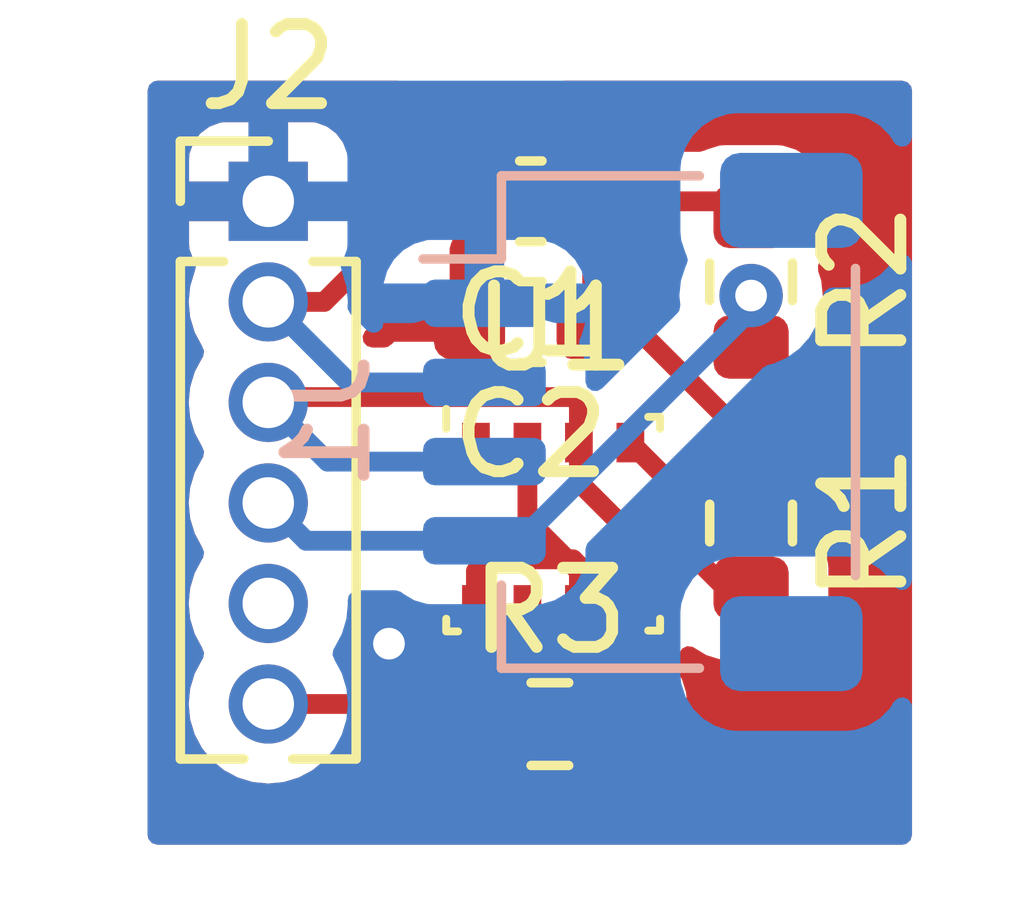
<source format=kicad_pcb>
(kicad_pcb (version 20221018) (generator pcbnew)
  (layers (0 "F.Cu" signal) (31 "B.Cu" signal) (34 "B.Paste" user) (35 "F.Paste" user) (36 "B.SilkS" user "B.Silkscreen") (37 "F.SilkS" user "F.Silkscreen") (38 "B.Mask" user) (39 "F.Mask" user) (44 "Edge.Cuts" user))
  (net 0 "")
  (net 1 "GND")
  (net 2 "+3V3")
  (net 3 "/sda_3v3")
  (net 4 "/scl_3v3")
  (net 5 "/cs_3v3")
  (net 6 "/address")
  (footprint "oomlout_oomp_part_footprints:c6nf100_electronic_capacitor_0603_100_nano_farad" (layer "F.Cu") (at 44.971 25.908 180)
    (fp_text reference "C2" (at 0 -1.43) (layer "F.SilkS"))
    (fp_text value "c6nf100")
    (fp_line (start -0.14058 -0.51) (end 0.14058 -0.51) (stroke (width 0.12)) (layer "F.SilkS"))
    (fp_line (start -0.14058 0.51) (end 0.14058 0.51) (stroke (width 0.12)) (layer "F.SilkS"))
    (pad "1" smd roundrect (at -0.775 0 180) (size 0.9 0.95) (layers "F.Cu" "F.Paste" "F.Mask") (net 2 "+3V3"))
    (pad "2" smd roundrect (at 0.775 0 180) (size 0.9 0.95) (layers "F.Cu" "F.Paste" "F.Mask") (net 1 "GND"))
  )
  (footprint "oomlout_oomp_part_footprints:isn280_electronic_ic_lga_2_5_mm_x_2_5_mm_8_pin_sensor_pressure_temperature_bosch_bme280" (layer "F.Cu") (at 45.253 28.457)
    (fp_text reference "U1" (at 0.015 -2.465) (layer "F.SilkS"))
    (fp_text value "isn280")
    (fp_line (start -1.35 -1.2) (end -1.35 -1.45) (stroke (width 0.1)) (layer "F.SilkS"))
    (fp_line (start -1.35 1.35) (end -1.35 1.2) (stroke (width 0.1)) (layer "F.SilkS"))
    (fp_line (start -1.35 1.36) (end -1.2 1.36) (stroke (width 0.1)) (layer "F.SilkS"))
    (fp_line (start 1.2 -1.35) (end 1.35 -1.35) (stroke (width 0.1)) (layer "F.SilkS"))
    (fp_line (start 1.35 -1.35) (end 1.35 -1.2) (stroke (width 0.1)) (layer "F.SilkS"))
    (fp_line (start 1.35 1.35) (end 1.2 1.35) (stroke (width 0.1)) (layer "F.SilkS"))
    (fp_line (start 1.35 1.35) (end 1.35 1.2) (stroke (width 0.1)) (layer "F.SilkS"))
    (pad "1" smd rect (at -0.975 -1.025 90) (size 0.5 0.35) (layers "F.Cu" "F.Paste" "F.Mask") (net 1 "GND"))
    (pad "2" smd rect (at -0.325 -1.025 90) (size 0.5 0.35) (layers "F.Cu" "F.Paste" "F.Mask") (net 2 "+3V3"))
    (pad "3" smd rect (at 0.325 -1.025 90) (size 0.5 0.35) (layers "F.Cu" "F.Paste" "F.Mask") (net 3 "/sda_3v3"))
    (pad "4" smd rect (at 0.975 -1.025 90) (size 0.5 0.35) (layers "F.Cu" "F.Paste" "F.Mask") (net 4 "/scl_3v3"))
    (pad "5" smd rect (at 0.975 1.025 90) (size 0.5 0.35) (layers "F.Cu" "F.Paste" "F.Mask") (net 6 "/address"))
    (pad "6" smd rect (at 0.325 1.025 90) (size 0.5 0.35) (layers "F.Cu" "F.Paste" "F.Mask") (net 2 "+3V3"))
    (pad "7" smd rect (at -0.325 1.025 90) (size 0.5 0.35) (layers "F.Cu" "F.Paste" "F.Mask") (net 1 "GND"))
    (pad "8" smd rect (at -0.975 1.025 90) (size 0.5 0.35) (layers "F.Cu" "F.Paste" "F.Mask") (net 2 "+3V3"))
  )
  (footprint "oomlout_oomp_part_footprints:r6o472_electronic_resistor_0603_4700_ohm" (layer "F.Cu") (at 47.752 28.448 -90)
    (fp_text reference "R1" (at 0 -1.43 90) (layer "F.SilkS"))
    (fp_text value "r6o472")
    (fp_line (start -0.237258 -0.5225) (end 0.237258 -0.5225) (stroke (width 0.12)) (layer "F.SilkS"))
    (fp_line (start -0.237258 0.5225) (end 0.237258 0.5225) (stroke (width 0.12)) (layer "F.SilkS"))
    (pad "1" smd roundrect (at -0.825 0 270) (size 0.8 0.95) (layers "F.Cu" "F.Paste" "F.Mask") (net 2 "+3V3"))
    (pad "2" smd roundrect (at 0.825 0 270) (size 0.8 0.95) (layers "F.Cu" "F.Paste" "F.Mask") (net 3 "/sda_3v3"))
  )
  (footprint "oomlout_oomp_part_footprints:r6o472_electronic_resistor_0603_4700_ohm" (layer "F.Cu") (at 45.212 30.988)
    (fp_text reference "R3" (at 0 -1.43) (layer "F.SilkS"))
    (fp_text value "r6o472")
    (fp_line (start -0.237258 -0.5225) (end 0.237258 -0.5225) (stroke (width 0.12)) (layer "F.SilkS"))
    (fp_line (start -0.237258 0.5225) (end 0.237258 0.5225) (stroke (width 0.12)) (layer "F.SilkS"))
    (pad "1" smd roundrect (at -0.825 0) (size 0.8 0.95) (layers "F.Cu" "F.Paste" "F.Mask") (net 6 "/address"))
    (pad "2" smd roundrect (at 0.825 0) (size 0.8 0.95) (layers "F.Cu" "F.Paste" "F.Mask") (net 1 "GND"))
  )
  (footprint "oomlout_oomp_part_footprints:h1d276p_electronic_header_1d27_mm_6_pin" (layer "F.Cu") (at 41.656 24.384)
    (fp_text reference "J2" (at 0 -1.695) (layer "F.SilkS"))
    (fp_text value "h1d276p")
    (fp_line (start -1.11 -0.76) (end 0 -0.76) (stroke (width 0.12)) (layer "F.SilkS"))
    (fp_line (start -1.11 0) (end -1.11 -0.76) (stroke (width 0.12)) (layer "F.SilkS"))
    (fp_line (start -1.11 0.76) (end -1.11 7.045) (stroke (width 0.12)) (layer "F.SilkS"))
    (fp_line (start -1.11 0.76) (end -0.563471 0.76) (stroke (width 0.12)) (layer "F.SilkS"))
    (fp_line (start -1.11 7.045) (end -0.30753 7.045) (stroke (width 0.12)) (layer "F.SilkS"))
    (fp_line (start 0.30753 7.045) (end 1.11 7.045) (stroke (width 0.12)) (layer "F.SilkS"))
    (fp_line (start 0.563471 0.76) (end 1.11 0.76) (stroke (width 0.12)) (layer "F.SilkS"))
    (fp_line (start 1.11 0.76) (end 1.11 7.045) (stroke (width 0.12)) (layer "F.SilkS"))
    (pad "1" thru_hole rect (at 0 0) (size 1 1) (drill 0.65) (layers "*.Cu" "*.Mask") (net 1 "GND"))
    (pad "2" thru_hole oval (at 0 1.27) (size 1 1) (drill 0.65) (layers "*.Cu" "*.Mask") (net 2 "+3V3"))
    (pad "3" thru_hole oval (at 0 2.54) (size 1 1) (drill 0.65) (layers "*.Cu" "*.Mask") (net 3 "/sda_3v3"))
    (pad "4" thru_hole oval (at 0 3.81) (size 1 1) (drill 0.65) (layers "*.Cu" "*.Mask") (net 4 "/scl_3v3"))
    (pad "5" thru_hole oval (at 0 5.08) (size 1 1) (drill 0.65) (layers "*.Cu" "*.Mask") (net 5 "/cs_3v3"))
    (pad "6" thru_hole oval (at 0 6.35) (size 1 1) (drill 0.65) (layers "*.Cu" "*.Mask") (net 6 "/address"))
  )
  (footprint "oomlout_oomp_part_footprints:c6nf100_electronic_capacitor_0603_100_nano_farad" (layer "F.Cu") (at 44.971 24.384 180)
    (fp_text reference "C1" (at 0 -1.43) (layer "F.SilkS"))
    (fp_text value "c6nf100")
    (fp_line (start -0.14058 -0.51) (end 0.14058 -0.51) (stroke (width 0.12)) (layer "F.SilkS"))
    (fp_line (start -0.14058 0.51) (end 0.14058 0.51) (stroke (width 0.12)) (layer "F.SilkS"))
    (pad "1" smd roundrect (at -0.775 0 180) (size 0.9 0.95) (layers "F.Cu" "F.Paste" "F.Mask") (net 2 "+3V3"))
    (pad "2" smd roundrect (at 0.775 0 180) (size 0.9 0.95) (layers "F.Cu" "F.Paste" "F.Mask") (net 1 "GND"))
  )
  (footprint "oomlout_oomp_part_footprints:r6o472_electronic_resistor_0603_4700_ohm" (layer "F.Cu") (at 47.752 25.4 -90)
    (fp_text reference "R2" (at 0 -1.43 90) (layer "F.SilkS"))
    (fp_text value "r6o472")
    (fp_line (start -0.237258 -0.5225) (end 0.237258 -0.5225) (stroke (width 0.12)) (layer "F.SilkS"))
    (fp_line (start -0.237258 0.5225) (end 0.237258 0.5225) (stroke (width 0.12)) (layer "F.SilkS"))
    (pad "1" smd roundrect (at -0.825 0 270) (size 0.8 0.95) (layers "F.Cu" "F.Paste" "F.Mask") (net 2 "+3V3"))
    (pad "2" smd roundrect (at 0.825 0 270) (size 0.8 0.95) (layers "F.Cu" "F.Paste" "F.Mask") (net 4 "/scl_3v3"))
  )
  (footprint "oomlout_oomp_part_footprints:h4psmra_electronic_header_1_mm_jst_sh_4_pin_surface_mount_right_angle" (layer "B.Cu") (at 46.385 27.172 -90)
    (fp_text reference "J1" (at 0 3.98 90) (layer "B.SilkS") (effects (justify mirror)))
    (fp_text value "h4psmra")
    (fp_line (start -3.11 -0.715) (end -3.11 1.785) (stroke (width 0.12)) (layer "B.SilkS"))
    (fp_line (start -3.11 1.785) (end -2.06 1.785) (stroke (width 0.12)) (layer "B.SilkS"))
    (fp_line (start -2.06 1.785) (end -2.06 2.775) (stroke (width 0.12)) (layer "B.SilkS"))
    (fp_line (start -1.94 -2.685) (end 1.94 -2.685) (stroke (width 0.12)) (layer "B.SilkS"))
    (fp_line (start 3.11 -0.715) (end 3.11 1.785) (stroke (width 0.12)) (layer "B.SilkS"))
    (fp_line (start 3.11 1.785) (end 2.06 1.785) (stroke (width 0.12)) (layer "B.SilkS"))
    (pad "1" smd roundrect (at -1.5 2 270) (size 0.6 1.55) (layers "B.Cu" "B.Paste" "B.Mask") (net 1 "GND"))
    (pad "2" smd roundrect (at -0.5 2 270) (size 0.6 1.55) (layers "B.Cu" "B.Paste" "B.Mask") (net 2 "+3V3"))
    (pad "3" smd roundrect (at 0.5 2 270) (size 0.6 1.55) (layers "B.Cu" "B.Paste" "B.Mask") (net 3 "/sda_3v3"))
    (pad "4" smd roundrect (at 1.5 2 270) (size 0.6 1.55) (layers "B.Cu" "B.Paste" "B.Mask") (net 4 "/scl_3v3"))
    (pad "MP" smd roundrect (at -2.8 -1.875 270) (size 1.2 1.8) (layers "B.Cu" "B.Paste" "B.Mask") (roundrect_rratio 0.208333))
    (pad "MP" smd roundrect (at 2.8 -1.875 270) (size 1.2 1.8) (layers "B.Cu" "B.Paste" "B.Mask") (roundrect_rratio 0.208333))
  )
  (segment (start 44.928 29.482) (end 44.928 29.810604) (width 0.25) (layer "F.Cu") (net 1))
  (segment (start 44.278 25.99) (end 44.196 25.908) (width 0.25) (layer "F.Cu") (net 1))
  (segment (start 44.928 29.810604) (end 44.550604 30.188) (width 0.25) (layer "F.Cu") (net 1))
  (segment (start 44.550604 30.188) (end 43.396 30.188) (width 0.25) (layer "F.Cu") (net 1))
  (segment (start 43.396 30.188) (end 43.18 29.972) (width 0.25) (layer "F.Cu") (net 1))
  (via (at 43.18 29.972) (size 0.8) (drill 0.4) (layers "F.Cu" "B.Cu") (net 1))
  (segment (start 41.656 25.654) (end 42.363106 25.654) (width 0.25) (layer "F.Cu") (net 2))
  (segment (start 45.578 29.057) (end 45.578 29.482) (width 0.25) (layer "F.Cu") (net 2))
  (segment (start 44.928 28.407) (end 45.578 29.057) (width 0.25) (layer "F.Cu") (net 2))
  (segment (start 44.278 29.057) (end 44.428 28.907) (width 0.25) (layer "F.Cu") (net 2))
  (segment (start 45.503 28.907) (end 45.578 28.982) (width 0.25) (layer "F.Cu") (net 2))
  (segment (start 44.428 28.907) (end 45.503 28.907) (width 0.25) (layer "F.Cu") (net 2))
  (segment (start 46.228 25.908) (end 47.752 27.432) (width 0.25) (layer "F.Cu") (net 2))
  (segment (start 43.743183 23.584) (end 44.946 23.584) (width 0.25) (layer "F.Cu") (net 2))
  (segment (start 45.578 28.982) (end 45.578 29.482) (width 0.25) (layer "F.Cu") (net 2))
  (segment (start 45.746 25.908) (end 46.228 25.908) (width 0.25) (layer "F.Cu") (net 2))
  (segment (start 43.421 23.906183) (end 43.743183 23.584) (width 0.25) (layer "F.Cu") (net 2))
  (segment (start 43.421 24.596106) (end 43.421 23.906183) (width 0.25) (layer "F.Cu") (net 2))
  (segment (start 42.363106 25.654) (end 43.421 24.596106) (width 0.25) (layer "F.Cu") (net 2))
  (segment (start 44.278 29.482) (end 44.278 29.057) (width 0.25) (layer "F.Cu") (net 2))
  (segment (start 45.746 25.908) (end 45.746 24.384) (width 0.25) (layer "F.Cu") (net 2))
  (segment (start 44.928 27.432) (end 44.928 28.407) (width 0.25) (layer "F.Cu") (net 2))
  (segment (start 47.752 24.384) (end 45.746 24.384) (width 0.25) (layer "F.Cu") (net 2))
  (segment (start 44.946 23.584) (end 45.746 24.384) (width 0.25) (layer "F.Cu") (net 2))
  (segment (start 42.674 26.672) (end 44.385 26.672) (width 0.25) (layer "B.Cu") (net 2))
  (segment (start 41.656 25.654) (end 42.674 26.672) (width 0.25) (layer "B.Cu") (net 2))
  (segment (start 45.578 27.432) (end 45.578 26.932) (width 0.25) (layer "F.Cu") (net 3))
  (segment (start 41.723 26.857) (end 41.656 26.924) (width 0.25) (layer "F.Cu") (net 3))
  (segment (start 45.503 26.857) (end 41.723 26.857) (width 0.25) (layer "F.Cu") (net 3))
  (segment (start 47.752 29.273) (end 47.432604 29.273) (width 0.25) (layer "F.Cu") (net 3))
  (segment (start 45.578 27.432) (end 45.578 27.932) (width 0.25) (layer "F.Cu") (net 3))
  (segment (start 46.444 28.798) (end 45.578 27.932) (width 0.25) (layer "F.Cu") (net 3))
  (segment (start 45.578 26.932) (end 45.503 26.857) (width 0.25) (layer "F.Cu") (net 3))
  (segment (start 47.432604 29.273) (end 46.957604 28.798) (width 0.25) (layer "F.Cu") (net 3))
  (segment (start 46.957604 28.798) (end 46.444 28.798) (width 0.25) (layer "F.Cu") (net 3))
  (segment (start 42.404 27.672) (end 41.656 26.924) (width 0.25) (layer "B.Cu") (net 3))
  (segment (start 44.385 27.672) (end 42.404 27.672) (width 0.25) (layer "B.Cu") (net 3))
  (segment (start 48.552 28.040462) (end 48.244462 28.348) (width 0.25) (layer "F.Cu") (net 4))
  (segment (start 47.144 28.348) (end 46.228 27.432) (width 0.25) (layer "F.Cu") (net 4))
  (segment (start 47.752 26.225) (end 48.552 27.025) (width 0.25) (layer "F.Cu") (net 4))
  (segment (start 47.752 26.225) (end 47.752 25.5745) (width 0.25) (layer "F.Cu") (net 4))
  (segment (start 48.552 27.025) (end 48.552 28.040462) (width 0.25) (layer "F.Cu") (net 4))
  (segment (start 48.244462 28.348) (end 47.144 28.348) (width 0.25) (layer "F.Cu") (net 4))
  (via (at 47.752 25.5745) (size 0.8) (drill 0.4) (layers "F.Cu" "B.Cu") (net 4))
  (segment (start 47.752 25.5745) (end 47.752 25.751751) (width 0.25) (layer "B.Cu") (net 4))
  (segment (start 44.385 28.672) (end 42.134 28.672) (width 0.25) (layer "B.Cu") (net 4))
  (segment (start 42.134 28.672) (end 41.656 28.194) (width 0.25) (layer "B.Cu") (net 4))
  (segment (start 44.831751 28.672) (end 44.385 28.672) (width 0.25) (layer "B.Cu") (net 4))
  (segment (start 47.752 25.751751) (end 44.831751 28.672) (width 0.25) (layer "B.Cu") (net 4))
  (segment (start 44.133 30.734) (end 41.656 30.734) (width 0.25) (layer "F.Cu") (net 6))
  (segment (start 44.387 30.988) (end 44.133 30.734) (width 0.25) (layer "F.Cu") (net 6))
  (segment (start 45.318 30.057) (end 44.387 30.988) (width 0.25) (layer "F.Cu") (net 6))
  (segment (start 46.228 29.482) (end 46.228 29.982) (width 0.25) (layer "F.Cu") (net 6))
  (segment (start 46.153 30.057) (end 45.318 30.057) (width 0.25) (layer "F.Cu") (net 6))
  (segment (start 46.228 29.982) (end 46.153 30.057) (width 0.25) (layer "F.Cu") (net 6))
  (zone (net 1) (net_name "GND") (layers "F&B.Cu") (connect_pads (clearance 0.5)) (min_thickness 0.25) (fill yes (thermal_gap 0.5) (thermal_bridge_width 0.5))
    (polygon (pts (xy 40.132 22.86) (xy 49.784 22.86) (xy 49.784 32.512) (xy 40.132 32.512)))
  )
)
</source>
